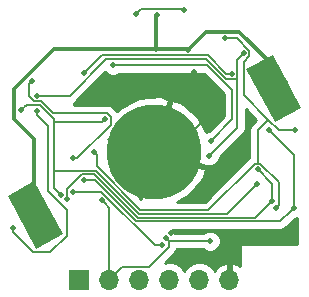
<source format=gbl>
G04 #@! TF.GenerationSoftware,KiCad,Pcbnew,5.0.0*
G04 #@! TF.CreationDate,2018-09-21T14:36:45-04:00*
G04 #@! TF.ProjectId,v1,76312E6B696361645F70636200000000,rev?*
G04 #@! TF.SameCoordinates,Original*
G04 #@! TF.FileFunction,Copper,L2,Bot,Signal*
G04 #@! TF.FilePolarity,Positive*
%FSLAX46Y46*%
G04 Gerber Fmt 4.6, Leading zero omitted, Abs format (unit mm)*
G04 Created by KiCad (PCBNEW 5.0.0) date Fri Sep 21 14:36:45 2018*
%MOMM*%
%LPD*%
G01*
G04 APERTURE LIST*
G04 #@! TA.AperFunction,ComponentPad*
%ADD10R,1.700000X1.700000*%
G04 #@! TD*
G04 #@! TA.AperFunction,ComponentPad*
%ADD11O,1.700000X1.700000*%
G04 #@! TD*
G04 #@! TA.AperFunction,BGAPad,CuDef*
%ADD12C,8.000000*%
G04 #@! TD*
G04 #@! TA.AperFunction,SMDPad,CuDef*
%ADD13C,2.540000*%
G04 #@! TD*
G04 #@! TA.AperFunction,Conductor*
%ADD14C,0.100000*%
G04 #@! TD*
G04 #@! TA.AperFunction,ViaPad*
%ADD15C,0.508000*%
G04 #@! TD*
G04 #@! TA.AperFunction,Conductor*
%ADD16C,0.152400*%
G04 #@! TD*
G04 #@! TA.AperFunction,Conductor*
%ADD17C,0.304800*%
G04 #@! TD*
G04 #@! TA.AperFunction,Conductor*
%ADD18C,0.254000*%
G04 #@! TD*
G04 APERTURE END LIST*
D10*
G04 #@! TO.P,J1,1*
G04 #@! TO.N,MISO*
X188849000Y-138620500D03*
D11*
G04 #@! TO.P,J1,2*
G04 #@! TO.N,+3V3*
X191389000Y-138620500D03*
G04 #@! TO.P,J1,3*
G04 #@! TO.N,SCK*
X193929000Y-138620500D03*
G04 #@! TO.P,J1,4*
G04 #@! TO.N,CP6*
X196469000Y-138620500D03*
G04 #@! TO.P,J1,5*
G04 #@! TO.N,RESET*
X199009000Y-138620500D03*
G04 #@! TO.P,J1,6*
G04 #@! TO.N,GND*
X201549000Y-138620500D03*
G04 #@! TD*
D12*
G04 #@! TO.P,BT1,2*
G04 #@! TO.N,GND*
X195199000Y-127762000D03*
D13*
G04 #@! TO.P,BT1,1*
G04 #@! TO.N,Net-(BT1-Pad1)*
X185106908Y-133128060D03*
D14*
G04 #@! TD*
G04 #@! TO.N,Net-(BT1-Pad1)*
G04 #@! TO.C,BT1*
G36*
X185178022Y-135966976D02*
X182793107Y-131481602D01*
X185035794Y-130289144D01*
X187420709Y-134774518D01*
X185178022Y-135966976D01*
X185178022Y-135966976D01*
G37*
D13*
G04 #@! TO.P,BT1,1*
G04 #@! TO.N,Net-(BT1-Pad1)*
X205291092Y-122395940D03*
D14*
G04 #@! TD*
G04 #@! TO.N,Net-(BT1-Pad1)*
G04 #@! TO.C,BT1*
G36*
X205362206Y-125234856D02*
X202977291Y-120749482D01*
X205219978Y-119557024D01*
X207604893Y-124042398D01*
X205362206Y-125234856D01*
X205362206Y-125234856D01*
G37*
D15*
G04 #@! TO.N,GND*
X196621400Y-134624584D03*
X199898000Y-125095000D03*
X199390000Y-130175000D03*
X191820800Y-121589800D03*
X198247000Y-126238000D03*
X190500000Y-122428000D03*
X198513700Y-120980200D03*
G04 #@! TO.N,Net-(BT1-Pad1)*
X195326000Y-119062500D03*
X195389500Y-116205000D03*
X198056500Y-119126000D03*
G04 #@! TO.N,+3V3*
X199961500Y-126873000D03*
X190754000Y-131876800D03*
X196138800Y-135077200D03*
X199923400Y-135331196D03*
X191668400Y-120446800D03*
G04 #@! TO.N,Net-(RBOT1-Pad1)*
X193624200Y-116078000D03*
X197688200Y-115747800D03*
G04 #@! TO.N,Net-(D10-Pad2)*
X203898500Y-130492496D03*
X187262359Y-131402566D03*
X183896000Y-124269500D03*
X191008000Y-125031500D03*
G04 #@! TO.N,Net-(D1-Pad2)*
X184835800Y-121767600D03*
X188316788Y-131140200D03*
X188315600Y-128295400D03*
X195854481Y-135673276D03*
G04 #@! TO.N,Net-(D10-Pad1)*
X205486000Y-132524500D03*
X201168000Y-118173500D03*
X190055500Y-127762000D03*
X207086200Y-125971300D03*
G04 #@! TO.N,Net-(D1-Pad1)*
X189261000Y-130175000D03*
X204876402Y-125958602D03*
X206971900Y-132537200D03*
G04 #@! TO.N,Net-(D11-Pad1)*
X205137000Y-131946066D03*
X187807600Y-131775200D03*
X203923191Y-129273009D03*
G04 #@! TO.N,Net-(J3-Pad1)*
X189230000Y-121094500D03*
X201739500Y-121158000D03*
G04 #@! TO.N,Net-(D12-Pad1)*
X199847200Y-128117600D03*
X202755500Y-119443500D03*
X183261000Y-134239000D03*
X185229500Y-124282222D03*
X185242200Y-123012206D03*
G04 #@! TD*
D16*
G04 #@! TO.N,GND*
X199898000Y-125095000D02*
X199390000Y-125095000D01*
X198500999Y-125984001D02*
X198247000Y-126238000D01*
X199390000Y-125095000D02*
X198500999Y-125984001D01*
X191820800Y-121589800D02*
X191338200Y-121589800D01*
X191338200Y-121589800D02*
X190500000Y-122428000D01*
X198513700Y-120980200D02*
X199898000Y-122364500D01*
X199898000Y-122364500D02*
X199898000Y-125095000D01*
D17*
G04 #@! TO.N,Net-(BT1-Pad1)*
X195326000Y-116268500D02*
X195389500Y-116205000D01*
X195326000Y-119062500D02*
X195326000Y-116268500D01*
X183324500Y-125031500D02*
X184975500Y-126682500D01*
X195326000Y-119062500D02*
X186713874Y-119062500D01*
X184975500Y-126682500D02*
X184975500Y-132996652D01*
X186713874Y-119062500D02*
X183324500Y-122451874D01*
X183324500Y-122451874D02*
X183324500Y-125031500D01*
X184975500Y-132996652D02*
X185106908Y-133128060D01*
X205291092Y-122395940D02*
X205291092Y-120518592D01*
X195326000Y-119062500D02*
X197993000Y-119062500D01*
X205291092Y-120518592D02*
X202387199Y-117614699D01*
X202387199Y-117614699D02*
X199567801Y-117614699D01*
X198310499Y-118872001D02*
X198056500Y-119126000D01*
X199567801Y-117614699D02*
X198310499Y-118872001D01*
X197993000Y-119062500D02*
X198056500Y-119126000D01*
D16*
G04 #@! TO.N,+3V3*
X191007999Y-132130799D02*
X190754000Y-131876800D01*
X191389000Y-138620500D02*
X191389000Y-132511800D01*
X191389000Y-132511800D02*
X191007999Y-132130799D01*
X191389000Y-138620500D02*
X192467601Y-137541899D01*
X196392799Y-135842251D02*
X196392799Y-135331199D01*
X196392799Y-135331199D02*
X196138800Y-135077200D01*
X194693151Y-137541899D02*
X196392799Y-135842251D01*
X192467601Y-137541899D02*
X194693151Y-137541899D01*
X196392802Y-135331196D02*
X199564190Y-135331196D01*
X196392799Y-135331199D02*
X196392802Y-135331196D01*
X199564190Y-135331196D02*
X199923400Y-135331196D01*
X192027610Y-120446800D02*
X191668400Y-120446800D01*
X201803000Y-122580400D02*
X199669400Y-120446800D01*
X199669400Y-120446800D02*
X192027610Y-120446800D01*
X201803000Y-125031500D02*
X201803000Y-122580400D01*
X199961500Y-126873000D02*
X201803000Y-125031500D01*
G04 #@! TO.N,Net-(RBOT1-Pad1)*
X193624200Y-116078000D02*
X194056000Y-115646200D01*
X194056000Y-115646200D02*
X197586600Y-115646200D01*
X197586600Y-115646200D02*
X197688200Y-115747800D01*
G04 #@! TO.N,Net-(D10-Pad2)*
X186690000Y-125285500D02*
X186690000Y-129540000D01*
X186690000Y-129413000D02*
X186690000Y-129540000D01*
X186715411Y-129387589D02*
X186690000Y-129413000D01*
X190245989Y-129387589D02*
X186715411Y-129387589D01*
X193890900Y-133032500D02*
X190245989Y-129387589D01*
X203898500Y-130492496D02*
X201358496Y-133032500D01*
X201358496Y-133032500D02*
X193890900Y-133032500D01*
X187008360Y-131148567D02*
X187262359Y-131402566D01*
X186690000Y-129540000D02*
X186690000Y-130830207D01*
X186690000Y-130830207D02*
X187008360Y-131148567D01*
X184365888Y-123799612D02*
X184149999Y-124015501D01*
X184149999Y-124015501D02*
X183896000Y-124269500D01*
X186690000Y-125015750D02*
X185473862Y-123799612D01*
X186690000Y-125285500D02*
X186690000Y-125015750D01*
X185473862Y-123799612D02*
X184365888Y-123799612D01*
X186690001Y-125285499D02*
X186690000Y-125285500D01*
X190754001Y-125285499D02*
X186690001Y-125285499D01*
X191008000Y-125031500D02*
X190754001Y-125285499D01*
G04 #@! TO.N,Net-(D1-Pad2)*
X188316788Y-131140200D02*
X190703934Y-131140200D01*
X190703934Y-131140200D02*
X195237010Y-135673276D01*
X195237010Y-135673276D02*
X195495271Y-135673276D01*
X195495271Y-135673276D02*
X195854481Y-135673276D01*
X186639200Y-124510800D02*
X185623208Y-123494808D01*
X191201550Y-124510800D02*
X186639200Y-124510800D01*
X185623208Y-123494808D02*
X185035958Y-123494808D01*
X184581801Y-122021599D02*
X184835800Y-121767600D01*
X191490601Y-124799851D02*
X191201550Y-124510800D01*
X191490601Y-125479609D02*
X191490601Y-124799851D01*
X185035958Y-123494808D02*
X184581801Y-123040651D01*
X188315600Y-128295400D02*
X188674810Y-128295400D01*
X188674810Y-128295400D02*
X191490601Y-125479609D01*
X184581801Y-123040651D02*
X184581801Y-122021599D01*
G04 #@! TO.N,Net-(D10-Pad1)*
X204164908Y-128790408D02*
X205739999Y-130365499D01*
X205739999Y-130365499D02*
X205739999Y-132270501D01*
X205739999Y-132270501D02*
X205486000Y-132524500D01*
X201527210Y-118173500D02*
X201168000Y-118173500D01*
X202199750Y-118173500D02*
X201527210Y-118173500D01*
X203238101Y-119211851D02*
X202199750Y-118173500D01*
X202748681Y-122992681D02*
X202748681Y-120164569D01*
X202748681Y-120164569D02*
X203238101Y-119675149D01*
X203238101Y-119675149D02*
X203238101Y-119211851D01*
X204825600Y-125069600D02*
X202748681Y-122992681D01*
X203936600Y-125958600D02*
X204825600Y-125069600D01*
X203936600Y-128790408D02*
X203936600Y-125958600D01*
X203936600Y-128790408D02*
X204164908Y-128790408D01*
X206726990Y-125971300D02*
X207086200Y-125971300D01*
X205727300Y-125971300D02*
X206726990Y-125971300D01*
X204825600Y-125069600D02*
X205727300Y-125971300D01*
X194005200Y-132715000D02*
X199766950Y-132715000D01*
X199766950Y-132715000D02*
X203691542Y-128790408D01*
X190309499Y-128015999D02*
X190309499Y-129019299D01*
X203691542Y-128790408D02*
X203936600Y-128790408D01*
X190055500Y-127762000D02*
X190309499Y-128015999D01*
X190309499Y-129019299D02*
X194005200Y-132715000D01*
G04 #@! TO.N,Net-(D1-Pad1)*
X204876402Y-125958602D02*
X206971900Y-128054100D01*
X206971900Y-128054100D02*
X206971900Y-132177990D01*
X206717901Y-132791199D02*
X206971900Y-132537200D01*
X193662300Y-133667500D02*
X205841600Y-133667500D01*
X205841600Y-133667500D02*
X206717901Y-132791199D01*
X190169800Y-130175000D02*
X193662300Y-133667500D01*
X206971900Y-132177990D02*
X206971900Y-132537200D01*
X189261000Y-130175000D02*
X190169800Y-130175000D01*
G04 #@! TO.N,Net-(D11-Pad1)*
X205137000Y-131946066D02*
X203733066Y-133350000D01*
X189029351Y-129692399D02*
X187807600Y-130914150D01*
X187807600Y-130914150D02*
X187807600Y-131415990D01*
X187807600Y-131415990D02*
X187807600Y-131775200D01*
X190118999Y-129692399D02*
X189029351Y-129692399D01*
X203733066Y-133350000D02*
X193776600Y-133350000D01*
X193776600Y-133350000D02*
X190118999Y-129692399D01*
X205137000Y-130486818D02*
X205137000Y-131946066D01*
X203923191Y-129273009D02*
X205137000Y-130486818D01*
G04 #@! TO.N,Net-(J3-Pad1)*
X190715899Y-119608601D02*
X189230000Y-121094500D01*
X199697101Y-119608601D02*
X190715899Y-119608601D01*
X201739500Y-121158000D02*
X201246500Y-121158000D01*
X201246500Y-121158000D02*
X199697101Y-119608601D01*
G04 #@! TO.N,Net-(D12-Pad1)*
X202222101Y-125742699D02*
X200101199Y-127863601D01*
X200101199Y-127863601D02*
X199847200Y-128117600D01*
X202755500Y-119443500D02*
X202222101Y-119976899D01*
X202222101Y-119976899D02*
X202222101Y-122885200D01*
X202222101Y-122885200D02*
X202222101Y-125742699D01*
X185229500Y-124641432D02*
X185229500Y-124282222D01*
X186182000Y-125593932D02*
X185229500Y-124641432D01*
X183261000Y-134598210D02*
X184933790Y-136271000D01*
X183261000Y-134239000D02*
X183261000Y-134598210D01*
X184933790Y-136271000D02*
X186372500Y-136271000D01*
X186372500Y-136271000D02*
X187769500Y-134874000D01*
X187769500Y-134874000D02*
X187769500Y-132667250D01*
X186182000Y-131079750D02*
X186182000Y-125593932D01*
X187769500Y-132667250D02*
X186182000Y-131079750D01*
X191099950Y-119938800D02*
X188026544Y-123012206D01*
X188026544Y-123012206D02*
X185601410Y-123012206D01*
X199592467Y-119938800D02*
X191099950Y-119938800D01*
X201294267Y-121640600D02*
X199592467Y-119938800D01*
X185601410Y-123012206D02*
X185242200Y-123012206D01*
X202209400Y-121640600D02*
X201294267Y-121640600D01*
G04 #@! TD*
D18*
G04 #@! TO.N,GND*
G36*
X207251301Y-135562042D02*
X202589077Y-135610607D01*
X202543151Y-135619716D01*
X202501636Y-135646771D01*
X202473634Y-135687654D01*
X202463408Y-135736140D01*
X202443534Y-137465151D01*
X202315924Y-137348855D01*
X201905890Y-137179024D01*
X201676000Y-137300345D01*
X201676000Y-138493500D01*
X201696000Y-138493500D01*
X201696000Y-138747500D01*
X201676000Y-138747500D01*
X201676000Y-138767500D01*
X201422000Y-138767500D01*
X201422000Y-138747500D01*
X201402000Y-138747500D01*
X201402000Y-138493500D01*
X201422000Y-138493500D01*
X201422000Y-137300345D01*
X201192110Y-137179024D01*
X200782076Y-137348855D01*
X200353817Y-137739142D01*
X200292843Y-137868978D01*
X200079625Y-137549875D01*
X199588418Y-137221661D01*
X199155256Y-137135500D01*
X198862744Y-137135500D01*
X198429582Y-137221661D01*
X197938375Y-137549875D01*
X197739000Y-137848261D01*
X197539625Y-137549875D01*
X197048418Y-137221661D01*
X196615256Y-137135500D01*
X196322744Y-137135500D01*
X196051356Y-137189482D01*
X196846168Y-136394671D01*
X196905544Y-136354997D01*
X196945219Y-136295620D01*
X196945223Y-136295616D01*
X197062734Y-136119749D01*
X197062734Y-136119748D01*
X197062735Y-136119747D01*
X197078121Y-136042396D01*
X199377364Y-136042396D01*
X199419822Y-136084854D01*
X199746567Y-136220196D01*
X200100233Y-136220196D01*
X200426978Y-136084854D01*
X200677058Y-135834774D01*
X200812400Y-135508029D01*
X200812400Y-135154363D01*
X200677058Y-134827618D01*
X200426978Y-134577538D01*
X200100233Y-134442196D01*
X199746567Y-134442196D01*
X199419822Y-134577538D01*
X199377364Y-134619996D01*
X196911667Y-134619996D01*
X196892458Y-134573622D01*
X196697536Y-134378700D01*
X205771559Y-134378700D01*
X205841600Y-134392632D01*
X205911641Y-134378700D01*
X205911646Y-134378700D01*
X206119096Y-134337436D01*
X206354346Y-134180246D01*
X206394024Y-134120864D01*
X207088689Y-133426200D01*
X207148733Y-133426200D01*
X207251301Y-133383715D01*
X207251301Y-135562042D01*
X207251301Y-135562042D01*
G37*
X207251301Y-135562042D02*
X202589077Y-135610607D01*
X202543151Y-135619716D01*
X202501636Y-135646771D01*
X202473634Y-135687654D01*
X202463408Y-135736140D01*
X202443534Y-137465151D01*
X202315924Y-137348855D01*
X201905890Y-137179024D01*
X201676000Y-137300345D01*
X201676000Y-138493500D01*
X201696000Y-138493500D01*
X201696000Y-138747500D01*
X201676000Y-138747500D01*
X201676000Y-138767500D01*
X201422000Y-138767500D01*
X201422000Y-138747500D01*
X201402000Y-138747500D01*
X201402000Y-138493500D01*
X201422000Y-138493500D01*
X201422000Y-137300345D01*
X201192110Y-137179024D01*
X200782076Y-137348855D01*
X200353817Y-137739142D01*
X200292843Y-137868978D01*
X200079625Y-137549875D01*
X199588418Y-137221661D01*
X199155256Y-137135500D01*
X198862744Y-137135500D01*
X198429582Y-137221661D01*
X197938375Y-137549875D01*
X197739000Y-137848261D01*
X197539625Y-137549875D01*
X197048418Y-137221661D01*
X196615256Y-137135500D01*
X196322744Y-137135500D01*
X196051356Y-137189482D01*
X196846168Y-136394671D01*
X196905544Y-136354997D01*
X196945219Y-136295620D01*
X196945223Y-136295616D01*
X197062734Y-136119749D01*
X197062734Y-136119748D01*
X197062735Y-136119747D01*
X197078121Y-136042396D01*
X199377364Y-136042396D01*
X199419822Y-136084854D01*
X199746567Y-136220196D01*
X200100233Y-136220196D01*
X200426978Y-136084854D01*
X200677058Y-135834774D01*
X200812400Y-135508029D01*
X200812400Y-135154363D01*
X200677058Y-134827618D01*
X200426978Y-134577538D01*
X200100233Y-134442196D01*
X199746567Y-134442196D01*
X199419822Y-134577538D01*
X199377364Y-134619996D01*
X196911667Y-134619996D01*
X196892458Y-134573622D01*
X196697536Y-134378700D01*
X205771559Y-134378700D01*
X205841600Y-134392632D01*
X205911641Y-134378700D01*
X205911646Y-134378700D01*
X206119096Y-134337436D01*
X206354346Y-134180246D01*
X206394024Y-134120864D01*
X207088689Y-133426200D01*
X207148733Y-133426200D01*
X207251301Y-133383715D01*
X207251301Y-135562042D01*
G36*
X191164822Y-121200458D02*
X191491567Y-121335800D01*
X191845233Y-121335800D01*
X192171978Y-121200458D01*
X192214436Y-121158000D01*
X199374812Y-121158000D01*
X201091801Y-122874990D01*
X201091800Y-124736911D01*
X199844712Y-125984000D01*
X199784667Y-125984000D01*
X199547812Y-126082108D01*
X198895402Y-124817541D01*
X197487234Y-123627123D01*
X197384055Y-123571682D01*
X196655212Y-123433324D01*
X195357582Y-127677681D01*
X199574790Y-128967011D01*
X199670367Y-129006600D01*
X200024033Y-129006600D01*
X200350778Y-128871258D01*
X200600858Y-128621178D01*
X200736200Y-128294433D01*
X200736200Y-128234388D01*
X202675468Y-126295121D01*
X202734847Y-126255445D01*
X202774523Y-126196066D01*
X202774525Y-126196064D01*
X202892036Y-126020197D01*
X202892036Y-126020196D01*
X202892037Y-126020195D01*
X202933301Y-125812745D01*
X202933301Y-125812742D01*
X202947233Y-125742700D01*
X202933301Y-125672658D01*
X202933301Y-124183089D01*
X203819811Y-125069600D01*
X203483234Y-125406178D01*
X203423855Y-125445854D01*
X203384179Y-125505233D01*
X203384176Y-125505236D01*
X203266665Y-125681104D01*
X203211468Y-125958600D01*
X203225401Y-126028646D01*
X203225400Y-128246522D01*
X203178796Y-128277662D01*
X203139120Y-128337041D01*
X199472362Y-132003800D01*
X197086313Y-132003800D01*
X198143459Y-131458402D01*
X199333877Y-130050234D01*
X199389318Y-129947055D01*
X199527676Y-129218212D01*
X195283319Y-127920582D01*
X194096964Y-131800975D01*
X193893549Y-131597560D01*
X194928623Y-128211985D01*
X195184859Y-127955749D01*
X195005251Y-127776141D01*
X194959739Y-127821653D01*
X191279506Y-126696493D01*
X191482921Y-126493078D01*
X194749015Y-127491623D01*
X195005251Y-127747859D01*
X195184859Y-127568251D01*
X195139347Y-127522739D01*
X196412311Y-123359061D01*
X195730703Y-123066202D01*
X193893226Y-123220175D01*
X192254541Y-124065598D01*
X192031574Y-124329350D01*
X192003347Y-124287105D01*
X191943965Y-124247427D01*
X191753973Y-124057435D01*
X191714296Y-123998054D01*
X191479046Y-123840864D01*
X191271596Y-123799600D01*
X191271591Y-123799600D01*
X191201550Y-123785668D01*
X191131509Y-123799600D01*
X188391800Y-123799600D01*
X188391800Y-123623502D01*
X188539290Y-123524952D01*
X188578968Y-123465570D01*
X191004451Y-121040087D01*
X191164822Y-121200458D01*
X191164822Y-121200458D01*
G37*
X191164822Y-121200458D02*
X191491567Y-121335800D01*
X191845233Y-121335800D01*
X192171978Y-121200458D01*
X192214436Y-121158000D01*
X199374812Y-121158000D01*
X201091801Y-122874990D01*
X201091800Y-124736911D01*
X199844712Y-125984000D01*
X199784667Y-125984000D01*
X199547812Y-126082108D01*
X198895402Y-124817541D01*
X197487234Y-123627123D01*
X197384055Y-123571682D01*
X196655212Y-123433324D01*
X195357582Y-127677681D01*
X199574790Y-128967011D01*
X199670367Y-129006600D01*
X200024033Y-129006600D01*
X200350778Y-128871258D01*
X200600858Y-128621178D01*
X200736200Y-128294433D01*
X200736200Y-128234388D01*
X202675468Y-126295121D01*
X202734847Y-126255445D01*
X202774523Y-126196066D01*
X202774525Y-126196064D01*
X202892036Y-126020197D01*
X202892036Y-126020196D01*
X202892037Y-126020195D01*
X202933301Y-125812745D01*
X202933301Y-125812742D01*
X202947233Y-125742700D01*
X202933301Y-125672658D01*
X202933301Y-124183089D01*
X203819811Y-125069600D01*
X203483234Y-125406178D01*
X203423855Y-125445854D01*
X203384179Y-125505233D01*
X203384176Y-125505236D01*
X203266665Y-125681104D01*
X203211468Y-125958600D01*
X203225401Y-126028646D01*
X203225400Y-128246522D01*
X203178796Y-128277662D01*
X203139120Y-128337041D01*
X199472362Y-132003800D01*
X197086313Y-132003800D01*
X198143459Y-131458402D01*
X199333877Y-130050234D01*
X199389318Y-129947055D01*
X199527676Y-129218212D01*
X195283319Y-127920582D01*
X194096964Y-131800975D01*
X193893549Y-131597560D01*
X194928623Y-128211985D01*
X195184859Y-127955749D01*
X195005251Y-127776141D01*
X194959739Y-127821653D01*
X191279506Y-126696493D01*
X191482921Y-126493078D01*
X194749015Y-127491623D01*
X195005251Y-127747859D01*
X195184859Y-127568251D01*
X195139347Y-127522739D01*
X196412311Y-123359061D01*
X195730703Y-123066202D01*
X193893226Y-123220175D01*
X192254541Y-124065598D01*
X192031574Y-124329350D01*
X192003347Y-124287105D01*
X191943965Y-124247427D01*
X191753973Y-124057435D01*
X191714296Y-123998054D01*
X191479046Y-123840864D01*
X191271596Y-123799600D01*
X191271591Y-123799600D01*
X191201550Y-123785668D01*
X191131509Y-123799600D01*
X188391800Y-123799600D01*
X188391800Y-123623502D01*
X188539290Y-123524952D01*
X188578968Y-123465570D01*
X191004451Y-121040087D01*
X191164822Y-121200458D01*
G04 #@! TD*
M02*

</source>
